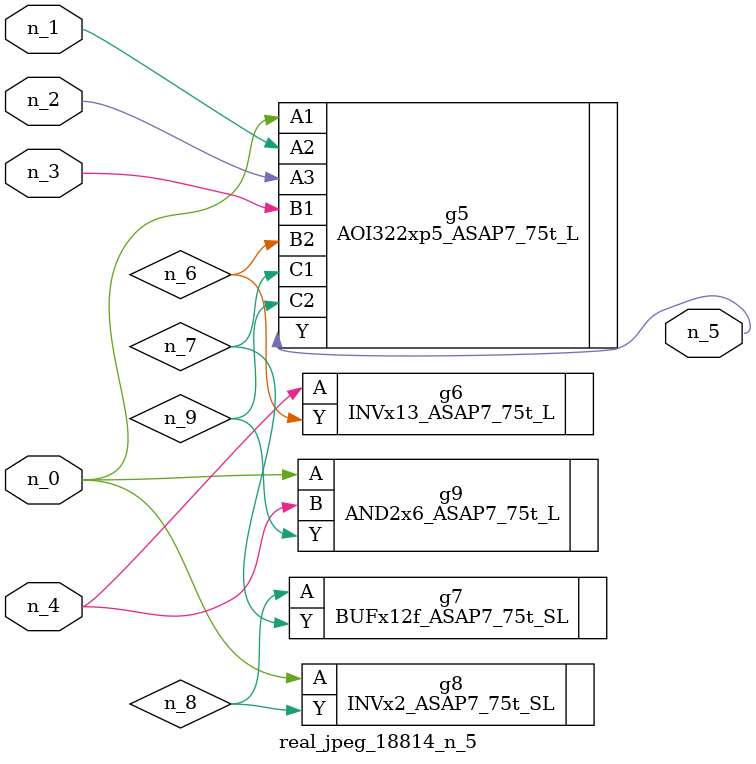
<source format=v>
module real_jpeg_18814_n_5 (n_4, n_0, n_1, n_2, n_3, n_5);

input n_4;
input n_0;
input n_1;
input n_2;
input n_3;

output n_5;

wire n_8;
wire n_6;
wire n_7;
wire n_9;

AOI322xp5_ASAP7_75t_L g5 ( 
.A1(n_0),
.A2(n_1),
.A3(n_2),
.B1(n_3),
.B2(n_6),
.C1(n_7),
.C2(n_9),
.Y(n_5)
);

INVx2_ASAP7_75t_SL g8 ( 
.A(n_0),
.Y(n_8)
);

AND2x6_ASAP7_75t_L g9 ( 
.A(n_0),
.B(n_4),
.Y(n_9)
);

INVx13_ASAP7_75t_L g6 ( 
.A(n_4),
.Y(n_6)
);

BUFx12f_ASAP7_75t_SL g7 ( 
.A(n_8),
.Y(n_7)
);


endmodule
</source>
